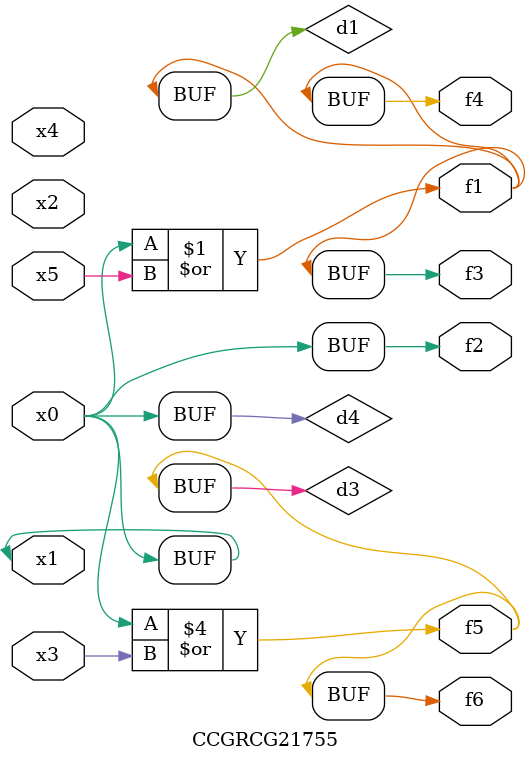
<source format=v>
module CCGRCG21755(
	input x0, x1, x2, x3, x4, x5,
	output f1, f2, f3, f4, f5, f6
);

	wire d1, d2, d3, d4;

	or (d1, x0, x5);
	xnor (d2, x1, x4);
	or (d3, x0, x3);
	buf (d4, x0, x1);
	assign f1 = d1;
	assign f2 = d4;
	assign f3 = d1;
	assign f4 = d1;
	assign f5 = d3;
	assign f6 = d3;
endmodule

</source>
